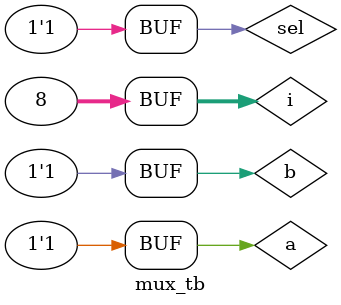
<source format=v>
module mux_2_1(
    input wire a, b, sel,
    output wire out
);
    assign out = (a & (~sel)) | (b & sel);
endmodule

module mux_tb();

reg a, b, sel;
wire out;

mux_2_1 mux_cut(
    .a(a),
    .b(b),
    .sel(sel),
    .out(out)
);

integer i = 0;

initial begin

    $display("a | b | sel | out");
    $monitor("%b | %b | %b | %b", a, b, sel, out);

    {a, b, sel} = 0;
    #10;
    for(i = 0; i < 8; i = i + 1) begin
        #10 {a, b, sel} = i;
    end
end

endmodule
</source>
